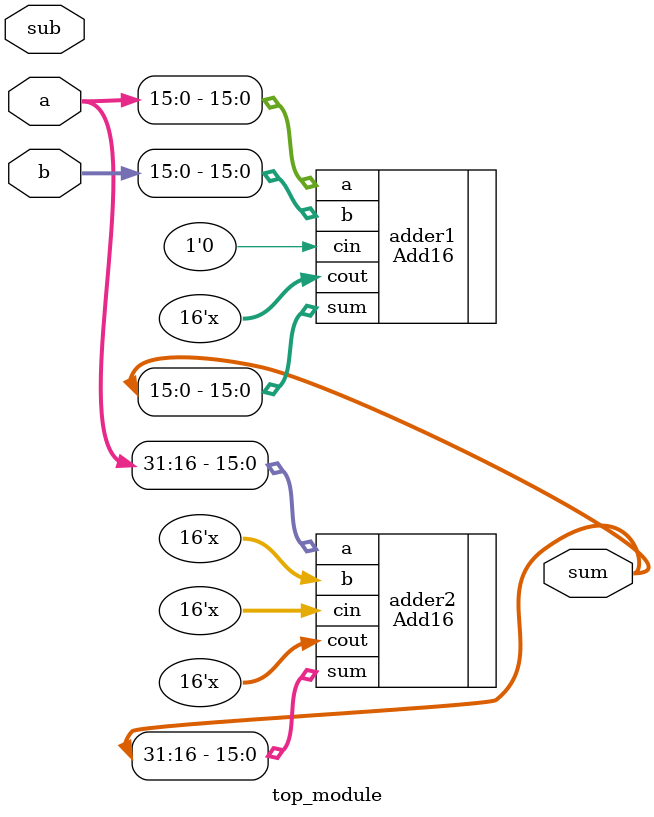
<source format=v>
module top_module(
    input [31:0] a,
    input [31:0] b,
    input sub,
    output [31:0] sum
);
    Add16 adder1 (.a(a[15:0]), .b(b[15:0]), .cin(1'b0), .sum(sum[15:0]), .cout(cout[15:0]));
    Add16 adder2 (.a(a[31:16]), .b(b_inv[31:16]), .cin(cout[15:0]), .sum(sum[31:16]), .cout(cout[31:16]));
endmodule
</source>
